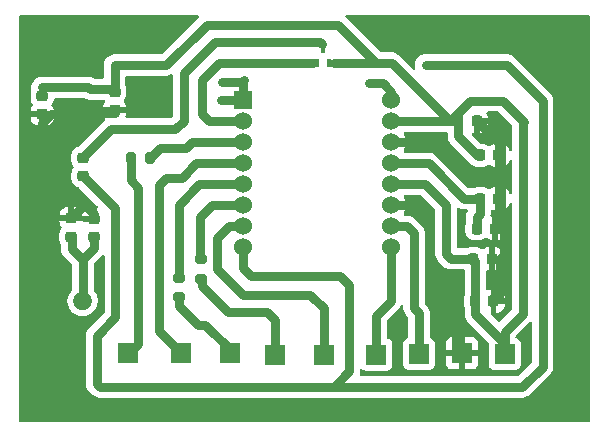
<source format=gbr>
%TF.GenerationSoftware,KiCad,Pcbnew,8.0.2-8.0.2-0~ubuntu20.04.1*%
%TF.CreationDate,2024-06-25T13:19:00+03:00*%
%TF.ProjectId,PCB_ADNS9800-Board_2024-06-24,5043425f-4144-44e5-9339-3830302d426f,rev?*%
%TF.SameCoordinates,Original*%
%TF.FileFunction,Copper,L1,Top*%
%TF.FilePolarity,Positive*%
%FSLAX46Y46*%
G04 Gerber Fmt 4.6, Leading zero omitted, Abs format (unit mm)*
G04 Created by KiCad (PCBNEW 8.0.2-8.0.2-0~ubuntu20.04.1) date 2024-06-25 13:19:00*
%MOMM*%
%LPD*%
G01*
G04 APERTURE LIST*
G04 Aperture macros list*
%AMRoundRect*
0 Rectangle with rounded corners*
0 $1 Rounding radius*
0 $2 $3 $4 $5 $6 $7 $8 $9 X,Y pos of 4 corners*
0 Add a 4 corners polygon primitive as box body*
4,1,4,$2,$3,$4,$5,$6,$7,$8,$9,$2,$3,0*
0 Add four circle primitives for the rounded corners*
1,1,$1+$1,$2,$3*
1,1,$1+$1,$4,$5*
1,1,$1+$1,$6,$7*
1,1,$1+$1,$8,$9*
0 Add four rect primitives between the rounded corners*
20,1,$1+$1,$2,$3,$4,$5,0*
20,1,$1+$1,$4,$5,$6,$7,0*
20,1,$1+$1,$6,$7,$8,$9,0*
20,1,$1+$1,$8,$9,$2,$3,0*%
G04 Aperture macros list end*
%TA.AperFunction,ComponentPad*%
%ADD10R,1.700000X1.700000*%
%TD*%
%TA.AperFunction,SMDPad,CuDef*%
%ADD11RoundRect,0.225000X-0.225000X-0.250000X0.225000X-0.250000X0.225000X0.250000X-0.225000X0.250000X0*%
%TD*%
%TA.AperFunction,SMDPad,CuDef*%
%ADD12RoundRect,0.225000X0.250000X-0.225000X0.250000X0.225000X-0.250000X0.225000X-0.250000X-0.225000X0*%
%TD*%
%TA.AperFunction,SMDPad,CuDef*%
%ADD13RoundRect,0.200000X0.275000X-0.200000X0.275000X0.200000X-0.275000X0.200000X-0.275000X-0.200000X0*%
%TD*%
%TA.AperFunction,SMDPad,CuDef*%
%ADD14RoundRect,0.200000X-0.200000X-0.275000X0.200000X-0.275000X0.200000X0.275000X-0.200000X0.275000X0*%
%TD*%
%TA.AperFunction,ComponentPad*%
%ADD15R,1.524000X1.524000*%
%TD*%
%TA.AperFunction,ComponentPad*%
%ADD16C,1.524000*%
%TD*%
%TA.AperFunction,SMDPad,CuDef*%
%ADD17R,0.400000X0.700000*%
%TD*%
%TA.AperFunction,SMDPad,CuDef*%
%ADD18RoundRect,0.225000X-0.250000X0.225000X-0.250000X-0.225000X0.250000X-0.225000X0.250000X0.225000X0*%
%TD*%
%TA.AperFunction,Conductor*%
%ADD19C,0.800100*%
%TD*%
%TA.AperFunction,Conductor*%
%ADD20C,1.524000*%
%TD*%
G04 APERTURE END LIST*
D10*
%TO.P,REF\u002A\u002A,1*%
%TO.N,PIN10*%
X132080000Y-72237600D03*
%TD*%
%TO.P,REF\u002A\u002A,1*%
%TO.N,VDD2*%
X139344400Y-72237600D03*
%TD*%
%TO.P,REF\u002A\u002A,1*%
%TO.N,MOTION*%
X124002800Y-72288400D03*
%TD*%
%TO.P,REF\u002A\u002A,1*%
%TO.N,GND*%
X135737600Y-72186800D03*
%TD*%
%TO.P,REF\u002A\u002A,1*%
%TO.N,VCC*%
X128473200Y-72288400D03*
%TD*%
%TO.P,REF\u002A\u002A,1*%
%TO.N,H1_8*%
X107442000Y-72136000D03*
%TD*%
%TO.P,REF\u002A\u002A,1*%
%TO.N,H1_6*%
X119888000Y-72288400D03*
%TD*%
%TO.P,REF\u002A\u002A,1*%
%TO.N,MISO*%
X111912400Y-72186800D03*
%TD*%
%TO.P,REF\u002A\u002A,1*%
%TO.N,H1_2*%
X116078000Y-72186800D03*
%TD*%
D11*
%TO.P,C7,1*%
%TO.N,VDD2*%
X136842200Y-67767200D03*
%TO.P,C7,2*%
%TO.N,GND*%
X138392200Y-67767200D03*
%TD*%
%TO.P,C4,1*%
%TO.N,VDD2*%
X137248600Y-55422800D03*
%TO.P,C4,2*%
%TO.N,GND*%
X138798600Y-55422800D03*
%TD*%
D12*
%TO.P,C1,1*%
%TO.N,GND*%
X106324400Y-51591000D03*
%TO.P,C1,2*%
%TO.N,VDD2*%
X106324400Y-50041000D03*
%TD*%
D11*
%TO.P,C6,1*%
%TO.N,U1_13*%
X137248600Y-59080400D03*
%TO.P,C6,2*%
%TO.N,GND*%
X138798600Y-59080400D03*
%TD*%
D12*
%TO.P,C5,1*%
%TO.N,VCC*%
X104597200Y-62354200D03*
%TO.P,C5,2*%
%TO.N,GND*%
X104597200Y-60804200D03*
%TD*%
%TO.P,C3,2*%
%TO.N,U1_1*%
X103632000Y-55622600D03*
%TO.P,C3,1*%
%TO.N,U1_8*%
X103632000Y-57172600D03*
%TD*%
D13*
%TO.P,RMOSI,1*%
%TO.N,H1_6*%
X113588800Y-65849000D03*
%TO.P,RMOSI,2*%
%TO.N,MOSI*%
X113588800Y-64199000D03*
%TD*%
%TO.P,RSCLK,1*%
%TO.N,H1_2*%
X111760000Y-67423800D03*
%TO.P,RSCLK,2*%
%TO.N,SCLK*%
X111760000Y-65773800D03*
%TD*%
D14*
%TO.P,RNCS,2*%
%TO.N,NCS*%
X109333800Y-55676800D03*
%TO.P,RNCS,1*%
%TO.N,H1_8*%
X107683800Y-55676800D03*
%TD*%
D15*
%TO.P,U1,1*%
%TO.N,U1_1*%
X117144800Y-50736600D03*
D16*
%TO.P,U1,2*%
%TO.N,U1_2*%
X117144800Y-52516600D03*
%TO.P,U1,3*%
%TO.N,NCS*%
X117144800Y-54296600D03*
%TO.P,U1,4*%
%TO.N,MISO*%
X117144800Y-56076600D03*
%TO.P,U1,5*%
%TO.N,SCLK*%
X117144800Y-57856600D03*
%TO.P,U1,6*%
%TO.N,MOSI*%
X117144800Y-59636600D03*
%TO.P,U1,7*%
%TO.N,MOTION*%
X117144800Y-61416600D03*
%TO.P,U1,8*%
%TO.N,U1_8*%
X117144800Y-63196600D03*
%TO.P,U1,9*%
%TO.N,VCC*%
X129744800Y-63196600D03*
%TO.P,U1,10*%
%TO.N,PIN10*%
X129744800Y-61416600D03*
%TO.P,U1,11*%
%TO.N,GND*%
X129744800Y-59636600D03*
%TO.P,U1,12*%
%TO.N,VDD2*%
X129744800Y-57856600D03*
%TO.P,U1,13*%
%TO.N,U1_13*%
X129744800Y-56076600D03*
%TO.P,U1,14*%
%TO.N,GND*%
X129744800Y-54296600D03*
%TO.P,U1,15*%
%TO.N,VDD2*%
X129744800Y-52516600D03*
%TO.P,U1,16*%
%TO.N,U1_8*%
X129744800Y-50736600D03*
%TD*%
D17*
%TO.P,T1,1*%
%TO.N,U1_2*%
X123444000Y-47599600D03*
%TO.P,T1,2*%
%TO.N,VDD2*%
X124460000Y-47599600D03*
%TO.P,T1,3*%
%TO.N,U1_1*%
X123952000Y-46399600D03*
%TD*%
D11*
%TO.P,C10,1*%
%TO.N,U1_13*%
X136967800Y-61620400D03*
%TO.P,C10,2*%
%TO.N,GND*%
X138517800Y-61620400D03*
%TD*%
%TO.P,C11,1*%
%TO.N,VDD2*%
X136689800Y-64160400D03*
%TO.P,C11,2*%
%TO.N,GND*%
X138239800Y-64160400D03*
%TD*%
D12*
%TO.P,C9,1*%
%TO.N,VCC*%
X102616000Y-62293800D03*
%TO.P,C9,2*%
%TO.N,GND*%
X102616000Y-60743800D03*
%TD*%
D18*
%TO.P,C2,1*%
%TO.N,VDD2*%
X100177600Y-50390200D03*
%TO.P,C2,2*%
%TO.N,GND*%
X100177600Y-51940200D03*
%TD*%
D11*
%TO.P,C8,1*%
%TO.N,VDD2*%
X135419800Y-52527200D03*
%TO.P,C8,2*%
%TO.N,GND*%
X136969800Y-52527200D03*
%TD*%
D19*
%TO.N,GND*%
X103759000Y-59512200D02*
X101176400Y-56929600D01*
X104597200Y-60350400D02*
X103759000Y-59512200D01*
X103759000Y-59512200D02*
X103759000Y-59600800D01*
X103759000Y-59600800D02*
X102616000Y-60743800D01*
X100888800Y-57217200D02*
X100888800Y-68935600D01*
X144678400Y-74422000D02*
X144678400Y-63195200D01*
X100888800Y-68935600D02*
X102870000Y-70916800D01*
X104190800Y-76860400D02*
X142240000Y-76860400D01*
X102870000Y-70916800D02*
X102870000Y-75539600D01*
X102870000Y-75539600D02*
X104190800Y-76860400D01*
X142240000Y-76860400D02*
X144678400Y-74422000D01*
X106324400Y-51816000D02*
X104438400Y-51816000D01*
X100931600Y-51911200D02*
X100177600Y-52665200D01*
X104438400Y-51816000D02*
X104343200Y-51911200D01*
X104343200Y-51911200D02*
X100931600Y-51911200D01*
X100177600Y-52665200D02*
X100177600Y-56506000D01*
X100177600Y-56506000D02*
X100888800Y-57217200D01*
X104597200Y-60804200D02*
X104597200Y-60350400D01*
X101176400Y-56929600D02*
X100888800Y-57217200D01*
%TO.N,VCC*%
X102666800Y-62636400D02*
X102666800Y-63334600D01*
X102666800Y-63334600D02*
X103555800Y-64223600D01*
X103555800Y-64223600D02*
X103682800Y-64223600D01*
X104597200Y-62687200D02*
X104597200Y-63248800D01*
X104597200Y-63248800D02*
X103632000Y-64214000D01*
X103632000Y-64214000D02*
X103632000Y-67719200D01*
%TO.N,U1_8*%
X117144800Y-63196600D02*
X117144800Y-64922400D01*
X117144800Y-64922400D02*
X117856000Y-65633600D01*
X126187200Y-66395600D02*
X126187200Y-73710800D01*
X117856000Y-65633600D02*
X125425200Y-65633600D01*
X126187200Y-73710800D02*
X124866400Y-75031600D01*
X125425200Y-65633600D02*
X126187200Y-66395600D01*
X132638800Y-47752000D02*
X139496800Y-47752000D01*
X142544800Y-50800000D02*
X142544800Y-73304400D01*
X105054400Y-75031600D02*
X104800400Y-74777600D01*
X106375200Y-69138800D02*
X106375200Y-59915800D01*
X139496800Y-47752000D02*
X142544800Y-50800000D01*
X142544800Y-73304400D02*
X140817600Y-75031600D01*
X140817600Y-75031600D02*
X105054400Y-75031600D01*
X106375200Y-59915800D02*
X103632000Y-57172600D01*
X104800400Y-74777600D02*
X104800400Y-70713600D01*
X104800400Y-70713600D02*
X106375200Y-69138800D01*
%TO.N,H1_8*%
X107683800Y-55676800D02*
X107683800Y-57544200D01*
X107683800Y-57544200D02*
X108305600Y-58166000D01*
X108305600Y-58166000D02*
X108305600Y-71374000D01*
X108305600Y-71374000D02*
X107492800Y-72186800D01*
%TO.N,VDD2*%
X139344400Y-72237600D02*
X139344400Y-71323200D01*
X139344400Y-71323200D02*
X138887200Y-70866000D01*
X138887200Y-70866000D02*
X138877768Y-70866000D01*
X136842200Y-68830432D02*
X136842200Y-68732400D01*
X138877768Y-70866000D02*
X136842200Y-68830432D01*
X134694800Y-52527200D02*
X136422000Y-50800000D01*
X136422000Y-50800000D02*
X139192000Y-50800000D01*
X139192000Y-50800000D02*
X140970000Y-52578000D01*
X140868400Y-68834000D02*
X139344400Y-70358000D01*
X140970000Y-52578000D02*
X140868400Y-52679600D01*
X140868400Y-52679600D02*
X140868400Y-68834000D01*
X139344400Y-70358000D02*
X139344400Y-72237600D01*
%TO.N,GND*%
X129744800Y-59636600D02*
X131823400Y-59636600D01*
X131823400Y-59636600D02*
X133045200Y-60858400D01*
X133045200Y-60858400D02*
X133045200Y-66408800D01*
X133045200Y-66408800D02*
X135178800Y-68542400D01*
X135178800Y-68542400D02*
X135178800Y-71628000D01*
X135178800Y-71628000D02*
X135737600Y-72186800D01*
%TO.N,H1_2*%
X111760000Y-67423800D02*
X111760000Y-68173600D01*
X111760000Y-68173600D02*
X113334800Y-69748400D01*
X113334800Y-69748400D02*
X113995200Y-69748400D01*
X113995200Y-69748400D02*
X116078000Y-71831200D01*
X116078000Y-71831200D02*
X116078000Y-72186800D01*
%TO.N,SCLK*%
X111760000Y-65773800D02*
X111760000Y-59588400D01*
X114401600Y-57861200D02*
X114406200Y-57856600D01*
X111760000Y-59588400D02*
X113487200Y-57861200D01*
X113487200Y-57861200D02*
X114401600Y-57861200D01*
X114406200Y-57856600D02*
X117144800Y-57856600D01*
%TO.N,MISO*%
X111912400Y-72186800D02*
X110032800Y-70307200D01*
X110032800Y-70307200D02*
X110032800Y-57962800D01*
X110032800Y-57962800D02*
X110693200Y-57302400D01*
X113239800Y-56076600D02*
X117144800Y-56076600D01*
X110693200Y-57302400D02*
X112014000Y-57302400D01*
X112014000Y-57302400D02*
X113239800Y-56076600D01*
%TO.N,H1_6*%
X113690400Y-65849000D02*
X113690400Y-66497200D01*
X113690400Y-66497200D02*
X115874800Y-68681600D01*
X115874800Y-68681600D02*
X119227600Y-68681600D01*
X119227600Y-68681600D02*
X119888000Y-69342000D01*
X119888000Y-69342000D02*
X119888000Y-72288400D01*
%TO.N,MOTION*%
X117144800Y-61416600D02*
X115977000Y-61416600D01*
X115977000Y-61416600D02*
X115011200Y-62382400D01*
X115011200Y-65074800D02*
X117144800Y-67208400D01*
X115011200Y-62382400D02*
X115011200Y-65074800D01*
X124002800Y-68326000D02*
X124002800Y-72288400D01*
X117144800Y-67208400D02*
X122885200Y-67208400D01*
X122885200Y-67208400D02*
X124002800Y-68326000D01*
%TO.N,VCC*%
X129744800Y-67714800D02*
X128473200Y-68986400D01*
X128473200Y-68986400D02*
X128473200Y-72288400D01*
X129744800Y-63196600D02*
X129744800Y-67714800D01*
%TO.N,U1_1*%
X114808000Y-45821600D02*
X123698000Y-45821600D01*
X123698000Y-45821600D02*
X123901200Y-46024800D01*
%TO.N,U1_2*%
X115112800Y-47599600D02*
X123139200Y-47599600D01*
%TO.N,VDD2*%
X128473200Y-47599600D02*
X124866400Y-47599600D01*
D20*
%TO.N,VCC*%
X103632000Y-67719200D02*
X103581200Y-67770000D01*
D19*
%TO.N,U1_13*%
X137248600Y-59080400D02*
X137248600Y-60363400D01*
X137248600Y-60363400D02*
X136956800Y-60655200D01*
X136956800Y-60655200D02*
X136956800Y-61609400D01*
X136956800Y-61609400D02*
X136967800Y-61620400D01*
X129744800Y-56076600D02*
X129751400Y-56083200D01*
X135890000Y-59080400D02*
X137248600Y-59080400D01*
X129751400Y-56083200D02*
X132892800Y-56083200D01*
X132892800Y-56083200D02*
X135890000Y-59080400D01*
%TO.N,VDD2*%
X136842200Y-68732400D02*
X136855200Y-68719400D01*
X132583400Y-57856600D02*
X129744800Y-57856600D01*
X136855200Y-68719400D02*
X136855200Y-64325800D01*
X134772400Y-64160400D02*
X134366000Y-63754000D01*
X136855200Y-64325800D02*
X136689800Y-64160400D01*
X136689800Y-64160400D02*
X134772400Y-64160400D01*
X134366000Y-59639200D02*
X132583400Y-57856600D01*
X134366000Y-63754000D02*
X134366000Y-59639200D01*
%TO.N,PIN10*%
X132080000Y-72237600D02*
X132080000Y-68783200D01*
X131673600Y-62026800D02*
X131063400Y-61416600D01*
X132080000Y-68783200D02*
X131673600Y-68376800D01*
X131673600Y-68376800D02*
X131673600Y-62026800D01*
X131063400Y-61416600D02*
X129744800Y-61416600D01*
%TO.N,GND*%
X139023600Y-57251600D02*
X136448800Y-57251600D01*
X136448800Y-57251600D02*
X133493800Y-54296600D01*
X133493800Y-54296600D02*
X129744800Y-54296600D01*
X139023600Y-57251600D02*
X139023600Y-54581000D01*
X139023600Y-54581000D02*
X136969800Y-52527200D01*
%TO.N,VDD2*%
X135419800Y-52527200D02*
X135419800Y-53819000D01*
X135419800Y-53819000D02*
X137023600Y-55422800D01*
X134694800Y-52527200D02*
X135419800Y-52527200D01*
X135419800Y-52527200D02*
X135410200Y-52517600D01*
X135410200Y-52517600D02*
X129745800Y-52517600D01*
%TO.N,U1_1*%
X114808000Y-45821600D02*
X112166400Y-48463200D01*
X112166400Y-48463200D02*
X112166400Y-52476400D01*
X111455200Y-53187600D02*
X106029200Y-53187600D01*
X106029200Y-53187600D02*
X103819200Y-55397600D01*
X112166400Y-52476400D02*
X111455200Y-53187600D01*
%TO.N,U1_2*%
X115112800Y-47599600D02*
X113690400Y-49022000D01*
X113690400Y-49022000D02*
X113690400Y-51917600D01*
X113690400Y-51917600D02*
X114289400Y-52516600D01*
X114289400Y-52516600D02*
X117144800Y-52516600D01*
%TO.N,VDD2*%
X100177600Y-49665200D02*
X104097200Y-49665200D01*
X104097200Y-49665200D02*
X104248000Y-49816000D01*
X106324400Y-49816000D02*
X106324400Y-47768000D01*
X106324400Y-47768000D02*
X110677200Y-47768000D01*
X104248000Y-49816000D02*
X106324400Y-49816000D01*
X110677200Y-47768000D02*
X114096800Y-44348400D01*
X128473200Y-47599600D02*
X129438400Y-47599600D01*
X114096800Y-44348400D02*
X125222000Y-44348400D01*
X125222000Y-44348400D02*
X128473200Y-47599600D01*
%TO.N,NCS*%
X109333800Y-55676800D02*
X110197400Y-54813200D01*
X110197400Y-54813200D02*
X112318800Y-54813200D01*
X112835400Y-54296600D02*
X117144800Y-54296600D01*
X112318800Y-54813200D02*
X112835400Y-54296600D01*
%TO.N,U1_8*%
X129041750Y-49336550D02*
X127812800Y-49336550D01*
X129082800Y-49377600D02*
X129041750Y-49336550D01*
X129744800Y-50736600D02*
X129744800Y-50039600D01*
X129744800Y-50039600D02*
X129082800Y-49377600D01*
%TO.N,GND*%
X138964800Y-64160400D02*
X138964800Y-67165600D01*
X138964800Y-67165600D02*
X138392200Y-67738200D01*
%TO.N,MOSI*%
X117144800Y-59636600D02*
X114556600Y-59636600D01*
X114556600Y-59636600D02*
X113538000Y-60655200D01*
X113538000Y-60655200D02*
X113538000Y-64046600D01*
X113538000Y-64046600D02*
X113690400Y-64199000D01*
%TO.N,U1_1*%
X117144800Y-50736600D02*
X117144800Y-49174400D01*
X115468400Y-49174400D02*
X115417600Y-49225200D01*
X115328600Y-50736600D02*
X115316000Y-50749200D01*
X115328600Y-50736600D02*
X117144800Y-50736600D01*
X117144800Y-49174400D02*
X117246400Y-49072800D01*
X117144800Y-49174400D02*
X115468400Y-49174400D01*
%TO.N,VDD2*%
X129438400Y-47599600D02*
X129767200Y-47599600D01*
%TO.N,GND*%
X139023600Y-57251600D02*
X139023600Y-59080400D01*
X139242800Y-61620400D02*
X139242800Y-63882400D01*
X139023600Y-59080400D02*
X139023600Y-61401200D01*
X139023600Y-61401200D02*
X139242800Y-61620400D01*
X139242800Y-63882400D02*
X138964800Y-64160400D01*
%TO.N,VDD2*%
X129767200Y-47599600D02*
X134694800Y-52527200D01*
%TD*%
%TA.AperFunction,Conductor*%
%TO.N,GND*%
G36*
X113411206Y-43547785D02*
G01*
X113456961Y-43600589D01*
X113466905Y-43669747D01*
X113437880Y-43733303D01*
X113431848Y-43739781D01*
X110340499Y-46831131D01*
X110279176Y-46864616D01*
X110252818Y-46867450D01*
X106235701Y-46867450D01*
X106061726Y-46902056D01*
X106061718Y-46902058D01*
X105897827Y-46969943D01*
X105750337Y-47068493D01*
X105750329Y-47068499D01*
X105624899Y-47193929D01*
X105624893Y-47193937D01*
X105526343Y-47341427D01*
X105458458Y-47505318D01*
X105458456Y-47505326D01*
X105423850Y-47679299D01*
X105423850Y-48791450D01*
X105404165Y-48858489D01*
X105351361Y-48904244D01*
X105299850Y-48915450D01*
X104633681Y-48915450D01*
X104566642Y-48895765D01*
X104564827Y-48894576D01*
X104523770Y-48867143D01*
X104523771Y-48867143D01*
X104523769Y-48867142D01*
X104359881Y-48799258D01*
X104359875Y-48799256D01*
X104185899Y-48764650D01*
X104185897Y-48764650D01*
X104185896Y-48764650D01*
X100088904Y-48764650D01*
X100088901Y-48764650D01*
X99914926Y-48799256D01*
X99914918Y-48799258D01*
X99751027Y-48867143D01*
X99603537Y-48965693D01*
X99603529Y-48965699D01*
X99478099Y-49091129D01*
X99478093Y-49091137D01*
X99379543Y-49238627D01*
X99311658Y-49402518D01*
X99311656Y-49402526D01*
X99277050Y-49576499D01*
X99277050Y-49753900D01*
X99280181Y-49769642D01*
X99273951Y-49839233D01*
X99268601Y-49849931D01*
X99268651Y-49849955D01*
X99265596Y-49856505D01*
X99212251Y-50017490D01*
X99202100Y-50116847D01*
X99202100Y-50663537D01*
X99202101Y-50663555D01*
X99212250Y-50762907D01*
X99212251Y-50762910D01*
X99265596Y-50923894D01*
X99265601Y-50923905D01*
X99354629Y-51068240D01*
X99354632Y-51068244D01*
X99364260Y-51077872D01*
X99397745Y-51139195D01*
X99392761Y-51208887D01*
X99364263Y-51253231D01*
X99355028Y-51262465D01*
X99355024Y-51262471D01*
X99266057Y-51406707D01*
X99266052Y-51406718D01*
X99212744Y-51567593D01*
X99202600Y-51666877D01*
X99202600Y-51690200D01*
X101152599Y-51690200D01*
X101152599Y-51666892D01*
X101152598Y-51666877D01*
X101142455Y-51567592D01*
X101089147Y-51406718D01*
X101089142Y-51406707D01*
X101000175Y-51262471D01*
X101000172Y-51262467D01*
X100990939Y-51253234D01*
X100957454Y-51191911D01*
X100962438Y-51122219D01*
X100990943Y-51077868D01*
X101000568Y-51068244D01*
X101089603Y-50923897D01*
X101142949Y-50762908D01*
X101151710Y-50677146D01*
X101178106Y-50612456D01*
X101235286Y-50572305D01*
X101275068Y-50565750D01*
X103711518Y-50565750D01*
X103778557Y-50585435D01*
X103780389Y-50586634D01*
X103820846Y-50613667D01*
X103821430Y-50614057D01*
X103985319Y-50681942D01*
X103985323Y-50681942D01*
X103985324Y-50681943D01*
X104159300Y-50716550D01*
X104159303Y-50716550D01*
X104159304Y-50716550D01*
X105401246Y-50716550D01*
X105468285Y-50736235D01*
X105514040Y-50789039D01*
X105523984Y-50858197D01*
X105503509Y-50905820D01*
X105505618Y-50907121D01*
X105412857Y-51057507D01*
X105412852Y-51057518D01*
X105359544Y-51218393D01*
X105349400Y-51317677D01*
X105349400Y-51341000D01*
X107299399Y-51341000D01*
X107299399Y-51317692D01*
X107299398Y-51317677D01*
X107289255Y-51218392D01*
X107235947Y-51057518D01*
X107235942Y-51057507D01*
X107146975Y-50913271D01*
X107146972Y-50913267D01*
X107137739Y-50904034D01*
X107104254Y-50842711D01*
X107109238Y-50773019D01*
X107137743Y-50728668D01*
X107147368Y-50719044D01*
X107236403Y-50574697D01*
X107289749Y-50413708D01*
X107299900Y-50314345D01*
X107299899Y-49767656D01*
X107298493Y-49753896D01*
X107289749Y-49668292D01*
X107289747Y-49668286D01*
X107234132Y-49500447D01*
X107234912Y-49500188D01*
X107224950Y-49455251D01*
X107224950Y-48792550D01*
X107244635Y-48725511D01*
X107297439Y-48679756D01*
X107348950Y-48668550D01*
X110765899Y-48668550D01*
X110882947Y-48645266D01*
X110939881Y-48633942D01*
X111094398Y-48569938D01*
X111163866Y-48562470D01*
X111226346Y-48593745D01*
X111261998Y-48653834D01*
X111265850Y-48684500D01*
X111265850Y-52052018D01*
X111246165Y-52119057D01*
X111229531Y-52139699D01*
X111118499Y-52250731D01*
X111057176Y-52284216D01*
X111030818Y-52287050D01*
X107353798Y-52287050D01*
X107286759Y-52267365D01*
X107241004Y-52214561D01*
X107231060Y-52145403D01*
X107236092Y-52124046D01*
X107289255Y-51963607D01*
X107299399Y-51864322D01*
X107299400Y-51864309D01*
X107299400Y-51841000D01*
X105349401Y-51841000D01*
X105349401Y-51864322D01*
X105359544Y-51963607D01*
X105412852Y-52124481D01*
X105412857Y-52124492D01*
X105501824Y-52268728D01*
X105501827Y-52268732D01*
X105507783Y-52274688D01*
X105541268Y-52336011D01*
X105536284Y-52405703D01*
X105494412Y-52461636D01*
X105488995Y-52465470D01*
X105455131Y-52488097D01*
X103294150Y-54649078D01*
X103240193Y-54678540D01*
X103240718Y-54680122D01*
X103234293Y-54682250D01*
X103234292Y-54682251D01*
X103164303Y-54705443D01*
X103073305Y-54735596D01*
X103073294Y-54735601D01*
X102928959Y-54824629D01*
X102928955Y-54824632D01*
X102809032Y-54944555D01*
X102809029Y-54944559D01*
X102720001Y-55088894D01*
X102719996Y-55088905D01*
X102666651Y-55249890D01*
X102656500Y-55349247D01*
X102656500Y-55895937D01*
X102656501Y-55895955D01*
X102666650Y-55995307D01*
X102666651Y-55995310D01*
X102719996Y-56156294D01*
X102720001Y-56156305D01*
X102809029Y-56300640D01*
X102809032Y-56300644D01*
X102818307Y-56309919D01*
X102851792Y-56371242D01*
X102846808Y-56440934D01*
X102818307Y-56485281D01*
X102809032Y-56494555D01*
X102809029Y-56494559D01*
X102720001Y-56638894D01*
X102719996Y-56638905D01*
X102666651Y-56799890D01*
X102656500Y-56899247D01*
X102656500Y-57445937D01*
X102656501Y-57445955D01*
X102666650Y-57545307D01*
X102666651Y-57545310D01*
X102719996Y-57706294D01*
X102720001Y-57706305D01*
X102809029Y-57850640D01*
X102809032Y-57850644D01*
X102928955Y-57970567D01*
X102928959Y-57970570D01*
X103073294Y-58059598D01*
X103073297Y-58059599D01*
X103073303Y-58059603D01*
X103180629Y-58095167D01*
X103234291Y-58112949D01*
X103238823Y-58113411D01*
X103262227Y-58115802D01*
X103326919Y-58142195D01*
X103337309Y-58151479D01*
X104855934Y-59670104D01*
X104889419Y-59731427D01*
X104884435Y-59801119D01*
X104855934Y-59845466D01*
X104847200Y-59854200D01*
X104847200Y-60930200D01*
X104827515Y-60997239D01*
X104774711Y-61042994D01*
X104723200Y-61054200D01*
X103690962Y-61054200D01*
X103623923Y-61034515D01*
X103603281Y-61017881D01*
X103579200Y-60993800D01*
X101641001Y-60993800D01*
X101641001Y-61017122D01*
X101651144Y-61116407D01*
X101704452Y-61277281D01*
X101704457Y-61277292D01*
X101793424Y-61421528D01*
X101793427Y-61421532D01*
X101802660Y-61430765D01*
X101836145Y-61492088D01*
X101831161Y-61561780D01*
X101802663Y-61606124D01*
X101793033Y-61615753D01*
X101793029Y-61615759D01*
X101704001Y-61760094D01*
X101703996Y-61760105D01*
X101650651Y-61921090D01*
X101640500Y-62020447D01*
X101640500Y-62567137D01*
X101640501Y-62567155D01*
X101650650Y-62666507D01*
X101650651Y-62666510D01*
X101703998Y-62827499D01*
X101747788Y-62898492D01*
X101766250Y-62963590D01*
X101766250Y-63245903D01*
X101766250Y-63423297D01*
X101766250Y-63423299D01*
X101766249Y-63423299D01*
X101800856Y-63597275D01*
X101800858Y-63597281D01*
X101868743Y-63761172D01*
X101967293Y-63908662D01*
X101967299Y-63908670D01*
X102695131Y-64636501D01*
X102728616Y-64697824D01*
X102731450Y-64724182D01*
X102731450Y-66782942D01*
X102711765Y-66849981D01*
X102695132Y-66870622D01*
X102618222Y-66947533D01*
X102618221Y-66947534D01*
X102618219Y-66947537D01*
X102606299Y-66963944D01*
X102501413Y-67108305D01*
X102411194Y-67285367D01*
X102411193Y-67285370D01*
X102349787Y-67474362D01*
X102349787Y-67474364D01*
X102318700Y-67670639D01*
X102318700Y-67869361D01*
X102331855Y-67952418D01*
X102349787Y-68065637D01*
X102411193Y-68254629D01*
X102411194Y-68254632D01*
X102475529Y-68380894D01*
X102501413Y-68431694D01*
X102618219Y-68592463D01*
X102758737Y-68732981D01*
X102919506Y-68849787D01*
X103006349Y-68894035D01*
X103096567Y-68940005D01*
X103096570Y-68940006D01*
X103130007Y-68950870D01*
X103285564Y-69001413D01*
X103481839Y-69032500D01*
X103481840Y-69032500D01*
X103680560Y-69032500D01*
X103680561Y-69032500D01*
X103876836Y-69001413D01*
X104065832Y-68940005D01*
X104242894Y-68849787D01*
X104403663Y-68732981D01*
X104594981Y-68541664D01*
X104711787Y-68380894D01*
X104802005Y-68203832D01*
X104863413Y-68014836D01*
X104894500Y-67818561D01*
X104894500Y-67619840D01*
X104894500Y-67619834D01*
X104871459Y-67474364D01*
X104863413Y-67423564D01*
X104820151Y-67290417D01*
X104802006Y-67234570D01*
X104802005Y-67234567D01*
X104732928Y-67098998D01*
X104711787Y-67057506D01*
X104594981Y-66896737D01*
X104568869Y-66870625D01*
X104535384Y-66809302D01*
X104532550Y-66782944D01*
X104532550Y-64638382D01*
X104552235Y-64571343D01*
X104568869Y-64550701D01*
X105262969Y-63856601D01*
X105324292Y-63823116D01*
X105393984Y-63828100D01*
X105449917Y-63869972D01*
X105474334Y-63935436D01*
X105474650Y-63944282D01*
X105474650Y-68714417D01*
X105454965Y-68781456D01*
X105438331Y-68802098D01*
X104100899Y-70139529D01*
X104100893Y-70139537D01*
X104002343Y-70287027D01*
X103934458Y-70450918D01*
X103934456Y-70450926D01*
X103904144Y-70603316D01*
X103904144Y-70603319D01*
X103899850Y-70624904D01*
X103899850Y-74688903D01*
X103899850Y-74866297D01*
X103899850Y-74866299D01*
X103899849Y-74866299D01*
X103934456Y-75040275D01*
X103934458Y-75040281D01*
X104002343Y-75204172D01*
X104100893Y-75351662D01*
X104100899Y-75351670D01*
X104480328Y-75731099D01*
X104480332Y-75731102D01*
X104627823Y-75829653D01*
X104627829Y-75829656D01*
X104627830Y-75829657D01*
X104791719Y-75897542D01*
X104791723Y-75897542D01*
X104791724Y-75897543D01*
X104965700Y-75932150D01*
X104965703Y-75932150D01*
X140906299Y-75932150D01*
X141023347Y-75908866D01*
X141080281Y-75897542D01*
X141244170Y-75829657D01*
X141244170Y-75829656D01*
X141244172Y-75829656D01*
X141317423Y-75780710D01*
X141391667Y-75731103D01*
X143244303Y-73878467D01*
X143297069Y-73799497D01*
X143342856Y-73730972D01*
X143342857Y-73730970D01*
X143410742Y-73567081D01*
X143445350Y-73393096D01*
X143445350Y-73215703D01*
X143445350Y-50711304D01*
X143439509Y-50681942D01*
X143438555Y-50677148D01*
X143410743Y-50537326D01*
X143410742Y-50537319D01*
X143342857Y-50373430D01*
X143342856Y-50373427D01*
X143244306Y-50225937D01*
X143244300Y-50225929D01*
X140070870Y-47052499D01*
X140070862Y-47052493D01*
X139923371Y-46953943D01*
X139923372Y-46953943D01*
X139759481Y-46886058D01*
X139759475Y-46886056D01*
X139585499Y-46851450D01*
X139585497Y-46851450D01*
X139585496Y-46851450D01*
X132550104Y-46851450D01*
X132550101Y-46851450D01*
X132376126Y-46886056D01*
X132376118Y-46886058D01*
X132212227Y-46953943D01*
X132064737Y-47052493D01*
X132064729Y-47052499D01*
X131939299Y-47177929D01*
X131939293Y-47177937D01*
X131840743Y-47325427D01*
X131772858Y-47489318D01*
X131772856Y-47489326D01*
X131738250Y-47663299D01*
X131738250Y-47840700D01*
X131771823Y-48009482D01*
X131765596Y-48079073D01*
X131722733Y-48134251D01*
X131656843Y-48157495D01*
X131588846Y-48141427D01*
X131562525Y-48121354D01*
X130341270Y-46900099D01*
X130341262Y-46900093D01*
X130193771Y-46801543D01*
X130193772Y-46801543D01*
X130029881Y-46733658D01*
X130029875Y-46733656D01*
X129855899Y-46699050D01*
X129855897Y-46699050D01*
X129855896Y-46699050D01*
X129527096Y-46699050D01*
X128897582Y-46699050D01*
X128830543Y-46679365D01*
X128809901Y-46662731D01*
X125886952Y-43739781D01*
X125853467Y-43678458D01*
X125858451Y-43608766D01*
X125900323Y-43552833D01*
X125965787Y-43528416D01*
X125974633Y-43528100D01*
X146441500Y-43528100D01*
X146508539Y-43547785D01*
X146554294Y-43600589D01*
X146565500Y-43652100D01*
X146565500Y-77861500D01*
X146545815Y-77928539D01*
X146493011Y-77974294D01*
X146441500Y-77985500D01*
X98363700Y-77985500D01*
X98296661Y-77965815D01*
X98250906Y-77913011D01*
X98239700Y-77861500D01*
X98239700Y-60470477D01*
X101641000Y-60470477D01*
X101641000Y-60493800D01*
X102366000Y-60493800D01*
X102866000Y-60493800D01*
X103522238Y-60493800D01*
X103589277Y-60513485D01*
X103609919Y-60530119D01*
X103634000Y-60554200D01*
X104347200Y-60554200D01*
X104347200Y-59854200D01*
X104347199Y-59854199D01*
X104298893Y-59854200D01*
X104298875Y-59854201D01*
X104199592Y-59864344D01*
X104038718Y-59917652D01*
X104038707Y-59917657D01*
X103894471Y-60006624D01*
X103894467Y-60006627D01*
X103774626Y-60126468D01*
X103730765Y-60197577D01*
X103678816Y-60244301D01*
X103609853Y-60255522D01*
X103545772Y-60227678D01*
X103519689Y-60197576D01*
X103438575Y-60066071D01*
X103438572Y-60066067D01*
X103318732Y-59946227D01*
X103318728Y-59946224D01*
X103174492Y-59857257D01*
X103174481Y-59857252D01*
X103013606Y-59803944D01*
X102914322Y-59793800D01*
X102866000Y-59793800D01*
X102866000Y-60493800D01*
X102366000Y-60493800D01*
X102366000Y-59793800D01*
X102365999Y-59793799D01*
X102317693Y-59793800D01*
X102317675Y-59793801D01*
X102218392Y-59803944D01*
X102057518Y-59857252D01*
X102057507Y-59857257D01*
X101913271Y-59946224D01*
X101913267Y-59946227D01*
X101793427Y-60066067D01*
X101793424Y-60066071D01*
X101704457Y-60210307D01*
X101704452Y-60210318D01*
X101651144Y-60371193D01*
X101641000Y-60470477D01*
X98239700Y-60470477D01*
X98239700Y-52213522D01*
X99202601Y-52213522D01*
X99212744Y-52312807D01*
X99266052Y-52473681D01*
X99266057Y-52473692D01*
X99355024Y-52617928D01*
X99355027Y-52617932D01*
X99474867Y-52737772D01*
X99474871Y-52737775D01*
X99619107Y-52826742D01*
X99619118Y-52826747D01*
X99779993Y-52880055D01*
X99879283Y-52890199D01*
X100427600Y-52890199D01*
X100475908Y-52890199D01*
X100475922Y-52890198D01*
X100575207Y-52880055D01*
X100736081Y-52826747D01*
X100736092Y-52826742D01*
X100880328Y-52737775D01*
X100880332Y-52737772D01*
X101000172Y-52617932D01*
X101000175Y-52617928D01*
X101089142Y-52473692D01*
X101089147Y-52473681D01*
X101142455Y-52312806D01*
X101152599Y-52213522D01*
X101152600Y-52213509D01*
X101152600Y-52190200D01*
X100427600Y-52190200D01*
X100427600Y-52890199D01*
X99879283Y-52890199D01*
X99927599Y-52890198D01*
X99927600Y-52890198D01*
X99927600Y-52190200D01*
X99202601Y-52190200D01*
X99202601Y-52213522D01*
X98239700Y-52213522D01*
X98239700Y-43652100D01*
X98259385Y-43585061D01*
X98312189Y-43539306D01*
X98363700Y-43528100D01*
X113344167Y-43528100D01*
X113411206Y-43547785D01*
G37*
%TD.AperFunction*%
%TA.AperFunction,Conductor*%
G36*
X132226057Y-58776835D02*
G01*
X132246699Y-58793469D01*
X133429131Y-59975901D01*
X133462616Y-60037224D01*
X133465450Y-60063582D01*
X133465450Y-63665303D01*
X133465450Y-63842697D01*
X133465450Y-63842699D01*
X133465449Y-63842699D01*
X133500056Y-64016675D01*
X133500058Y-64016681D01*
X133567943Y-64180572D01*
X133666493Y-64328062D01*
X133666499Y-64328070D01*
X134072897Y-64734467D01*
X134198333Y-64859903D01*
X134292919Y-64923103D01*
X134345830Y-64958457D01*
X134509719Y-65026342D01*
X134509723Y-65026342D01*
X134509724Y-65026343D01*
X134683700Y-65060950D01*
X134683703Y-65060950D01*
X134683704Y-65060950D01*
X135830650Y-65060950D01*
X135897689Y-65080635D01*
X135943444Y-65133439D01*
X135954650Y-65184950D01*
X135954650Y-67190144D01*
X135948356Y-67229148D01*
X135901851Y-67369490D01*
X135891700Y-67468847D01*
X135891700Y-68065537D01*
X135891701Y-68065555D01*
X135901850Y-68164907D01*
X135901851Y-68164910D01*
X135916506Y-68209134D01*
X135942673Y-68288103D01*
X135948356Y-68305251D01*
X135954650Y-68344255D01*
X135954650Y-68566136D01*
X135952269Y-68590318D01*
X135950310Y-68600170D01*
X135941650Y-68643704D01*
X135941650Y-68741735D01*
X135941650Y-68919129D01*
X135941650Y-68919131D01*
X135941649Y-68919131D01*
X135976256Y-69093107D01*
X135976258Y-69093113D01*
X136044143Y-69257004D01*
X136142693Y-69404494D01*
X136142699Y-69404502D01*
X137960106Y-71221908D01*
X137993591Y-71283231D01*
X137995715Y-71322838D01*
X137993900Y-71339720D01*
X137993900Y-73135470D01*
X137993901Y-73135476D01*
X138000308Y-73195083D01*
X138050602Y-73329928D01*
X138050606Y-73329935D01*
X138136852Y-73445144D01*
X138136855Y-73445147D01*
X138252064Y-73531393D01*
X138252071Y-73531397D01*
X138386917Y-73581691D01*
X138386916Y-73581691D01*
X138391586Y-73582193D01*
X138446527Y-73588100D01*
X140242272Y-73588099D01*
X140301883Y-73581691D01*
X140436731Y-73531396D01*
X140551946Y-73445146D01*
X140638196Y-73329931D01*
X140688491Y-73195083D01*
X140694900Y-73135473D01*
X140694899Y-71339728D01*
X140689438Y-71288923D01*
X140688491Y-71280116D01*
X140638197Y-71145271D01*
X140638193Y-71145264D01*
X140551947Y-71030055D01*
X140551944Y-71030052D01*
X140436735Y-70943806D01*
X140436728Y-70943802D01*
X140325617Y-70902361D01*
X140269683Y-70860490D01*
X140245266Y-70795026D01*
X140244950Y-70786179D01*
X140244950Y-70782382D01*
X140264635Y-70715343D01*
X140281269Y-70694701D01*
X141432569Y-69543401D01*
X141493892Y-69509916D01*
X141563584Y-69514900D01*
X141619517Y-69556772D01*
X141643934Y-69622236D01*
X141644250Y-69631082D01*
X141644250Y-72880018D01*
X141624565Y-72947057D01*
X141607931Y-72967699D01*
X140480899Y-74094731D01*
X140419576Y-74128216D01*
X140393218Y-74131050D01*
X127172539Y-74131050D01*
X127105500Y-74111365D01*
X127059745Y-74058561D01*
X127049801Y-73989403D01*
X127052009Y-73979465D01*
X127051954Y-73979455D01*
X127087750Y-73799499D01*
X127087750Y-73610489D01*
X127107435Y-73543450D01*
X127160239Y-73497695D01*
X127229397Y-73487751D01*
X127286061Y-73511223D01*
X127380864Y-73582193D01*
X127380871Y-73582197D01*
X127515717Y-73632491D01*
X127515716Y-73632491D01*
X127522644Y-73633235D01*
X127575327Y-73638900D01*
X129371072Y-73638899D01*
X129430683Y-73632491D01*
X129565531Y-73582196D01*
X129680746Y-73495946D01*
X129766996Y-73380731D01*
X129817291Y-73245883D01*
X129823700Y-73186273D01*
X129823699Y-71390528D01*
X129817291Y-71330917D01*
X129801640Y-71288955D01*
X129766997Y-71196071D01*
X129766993Y-71196064D01*
X129680747Y-71080855D01*
X129680744Y-71080852D01*
X129565535Y-70994606D01*
X129565528Y-70994602D01*
X129454417Y-70953161D01*
X129398483Y-70911290D01*
X129374066Y-70845826D01*
X129373750Y-70836979D01*
X129373750Y-69410782D01*
X129393435Y-69343743D01*
X129410069Y-69323101D01*
X130444300Y-68288870D01*
X130444303Y-68288867D01*
X130497579Y-68209134D01*
X130545948Y-68136745D01*
X130599560Y-68091939D01*
X130668885Y-68083232D01*
X130731912Y-68113386D01*
X130768632Y-68172829D01*
X130773050Y-68205635D01*
X130773050Y-68288103D01*
X130773050Y-68465497D01*
X130773050Y-68465499D01*
X130773049Y-68465499D01*
X130807656Y-68639475D01*
X130807658Y-68639481D01*
X130875543Y-68803372D01*
X130974093Y-68950862D01*
X130974099Y-68950870D01*
X131143131Y-69119901D01*
X131176616Y-69181224D01*
X131179450Y-69207582D01*
X131179450Y-70786178D01*
X131159765Y-70853217D01*
X131106961Y-70898972D01*
X131098784Y-70902360D01*
X130987669Y-70943803D01*
X130987664Y-70943806D01*
X130872455Y-71030052D01*
X130872452Y-71030055D01*
X130786206Y-71145264D01*
X130786202Y-71145271D01*
X130735908Y-71280117D01*
X130730447Y-71330916D01*
X130729501Y-71339723D01*
X130729500Y-71339735D01*
X130729500Y-73135470D01*
X130729501Y-73135476D01*
X130735908Y-73195083D01*
X130786202Y-73329928D01*
X130786206Y-73329935D01*
X130872452Y-73445144D01*
X130872455Y-73445147D01*
X130987664Y-73531393D01*
X130987671Y-73531397D01*
X131122517Y-73581691D01*
X131122516Y-73581691D01*
X131127186Y-73582193D01*
X131182127Y-73588100D01*
X132977872Y-73588099D01*
X133037483Y-73581691D01*
X133172331Y-73531396D01*
X133287546Y-73445146D01*
X133373796Y-73329931D01*
X133424091Y-73195083D01*
X133430500Y-73135473D01*
X133430499Y-71339728D01*
X133425041Y-71288955D01*
X134387600Y-71288955D01*
X134387600Y-71936800D01*
X135304588Y-71936800D01*
X135271675Y-71993807D01*
X135237600Y-72120974D01*
X135237600Y-72252626D01*
X135271675Y-72379793D01*
X135304588Y-72436800D01*
X134387600Y-72436800D01*
X134387600Y-73084644D01*
X134394001Y-73144172D01*
X134394003Y-73144179D01*
X134444245Y-73278886D01*
X134444249Y-73278893D01*
X134530409Y-73393987D01*
X134530412Y-73393990D01*
X134645506Y-73480150D01*
X134645513Y-73480154D01*
X134780220Y-73530396D01*
X134780227Y-73530398D01*
X134839755Y-73536799D01*
X134839772Y-73536800D01*
X135487600Y-73536800D01*
X135487600Y-72619812D01*
X135544607Y-72652725D01*
X135671774Y-72686800D01*
X135803426Y-72686800D01*
X135930593Y-72652725D01*
X135987600Y-72619812D01*
X135987600Y-73536800D01*
X136635428Y-73536800D01*
X136635444Y-73536799D01*
X136694972Y-73530398D01*
X136694979Y-73530396D01*
X136829686Y-73480154D01*
X136829693Y-73480150D01*
X136944787Y-73393990D01*
X136944790Y-73393987D01*
X137030950Y-73278893D01*
X137030954Y-73278886D01*
X137081196Y-73144179D01*
X137081198Y-73144172D01*
X137087599Y-73084644D01*
X137087600Y-73084627D01*
X137087600Y-72436800D01*
X136170612Y-72436800D01*
X136203525Y-72379793D01*
X136237600Y-72252626D01*
X136237600Y-72120974D01*
X136203525Y-71993807D01*
X136170612Y-71936800D01*
X137087600Y-71936800D01*
X137087600Y-71288972D01*
X137087599Y-71288955D01*
X137081198Y-71229427D01*
X137081196Y-71229420D01*
X137030954Y-71094713D01*
X137030950Y-71094706D01*
X136944790Y-70979612D01*
X136944787Y-70979609D01*
X136829693Y-70893449D01*
X136829686Y-70893445D01*
X136694979Y-70843203D01*
X136694972Y-70843201D01*
X136635444Y-70836800D01*
X135987600Y-70836800D01*
X135987600Y-71753788D01*
X135930593Y-71720875D01*
X135803426Y-71686800D01*
X135671774Y-71686800D01*
X135544607Y-71720875D01*
X135487600Y-71753788D01*
X135487600Y-70836800D01*
X134839755Y-70836800D01*
X134780227Y-70843201D01*
X134780220Y-70843203D01*
X134645513Y-70893445D01*
X134645506Y-70893449D01*
X134530412Y-70979609D01*
X134530409Y-70979612D01*
X134444249Y-71094706D01*
X134444245Y-71094713D01*
X134394003Y-71229420D01*
X134394001Y-71229427D01*
X134387600Y-71288955D01*
X133425041Y-71288955D01*
X133425038Y-71288923D01*
X133424091Y-71280116D01*
X133373797Y-71145271D01*
X133373793Y-71145264D01*
X133287547Y-71030055D01*
X133287544Y-71030052D01*
X133172335Y-70943806D01*
X133172328Y-70943802D01*
X133061217Y-70902361D01*
X133005283Y-70860490D01*
X132980866Y-70795026D01*
X132980550Y-70786179D01*
X132980550Y-68694507D01*
X132980550Y-68694504D01*
X132977506Y-68679203D01*
X132945942Y-68520519D01*
X132900005Y-68409618D01*
X132878058Y-68356632D01*
X132878053Y-68356624D01*
X132831463Y-68286897D01*
X132831463Y-68286896D01*
X132831461Y-68286895D01*
X132779503Y-68209133D01*
X132654067Y-68083697D01*
X132610469Y-68040099D01*
X132576984Y-67978776D01*
X132574150Y-67952418D01*
X132574150Y-61938101D01*
X132574149Y-61938099D01*
X132556635Y-61850050D01*
X132539542Y-61764119D01*
X132474100Y-61606127D01*
X132471656Y-61600227D01*
X132373106Y-61452737D01*
X132373104Y-61452734D01*
X132311333Y-61390963D01*
X132247667Y-61327297D01*
X131948590Y-61028220D01*
X131637470Y-60717099D01*
X131637462Y-60717093D01*
X131489971Y-60618543D01*
X131489972Y-60618543D01*
X131326081Y-60550658D01*
X131326075Y-60550656D01*
X131152099Y-60516050D01*
X131152097Y-60516050D01*
X131152096Y-60516050D01*
X130907822Y-60516050D01*
X130840783Y-60496365D01*
X130795028Y-60443561D01*
X130785084Y-60374403D01*
X130806248Y-60320926D01*
X130841894Y-60270017D01*
X130841900Y-60270007D01*
X130935219Y-60069884D01*
X130935224Y-60069870D01*
X130992373Y-59856586D01*
X130992375Y-59856576D01*
X131011621Y-59636600D01*
X131011621Y-59636599D01*
X130992375Y-59416623D01*
X130992373Y-59416613D01*
X130935224Y-59203329D01*
X130935220Y-59203320D01*
X130841900Y-59003193D01*
X130806246Y-58952274D01*
X130783919Y-58886068D01*
X130800929Y-58818300D01*
X130851877Y-58770487D01*
X130907821Y-58757150D01*
X132159018Y-58757150D01*
X132226057Y-58776835D01*
G37*
%TD.AperFunction*%
%TA.AperFunction,Conductor*%
G36*
X138834657Y-51720235D02*
G01*
X138855299Y-51736869D01*
X139931531Y-52813101D01*
X139965016Y-52874424D01*
X139967850Y-52900782D01*
X139967850Y-54949033D01*
X139948165Y-55016072D01*
X139895361Y-55061827D01*
X139826203Y-55071771D01*
X139762647Y-55042746D01*
X139726144Y-54988037D01*
X139685147Y-54864318D01*
X139685142Y-54864307D01*
X139596175Y-54720071D01*
X139596172Y-54720067D01*
X139476332Y-54600227D01*
X139476328Y-54600224D01*
X139332092Y-54511257D01*
X139332081Y-54511252D01*
X139171206Y-54457944D01*
X139071922Y-54447800D01*
X139048600Y-54447800D01*
X139048600Y-56397799D01*
X139071908Y-56397799D01*
X139071922Y-56397798D01*
X139171207Y-56387655D01*
X139332081Y-56334347D01*
X139332092Y-56334342D01*
X139476328Y-56245375D01*
X139476332Y-56245372D01*
X139596172Y-56125532D01*
X139596175Y-56125528D01*
X139685142Y-55981292D01*
X139685147Y-55981281D01*
X139726144Y-55857562D01*
X139765917Y-55800117D01*
X139830432Y-55773294D01*
X139899208Y-55785609D01*
X139950408Y-55833152D01*
X139967850Y-55896566D01*
X139967850Y-58606633D01*
X139948165Y-58673672D01*
X139895361Y-58719427D01*
X139826203Y-58729371D01*
X139762647Y-58700346D01*
X139726144Y-58645637D01*
X139685147Y-58521918D01*
X139685142Y-58521907D01*
X139596175Y-58377671D01*
X139596172Y-58377667D01*
X139476332Y-58257827D01*
X139476328Y-58257824D01*
X139332092Y-58168857D01*
X139332081Y-58168852D01*
X139171206Y-58115544D01*
X139071922Y-58105400D01*
X139048600Y-58105400D01*
X139048600Y-60055399D01*
X139071908Y-60055399D01*
X139071922Y-60055398D01*
X139171207Y-60045255D01*
X139332081Y-59991947D01*
X139332092Y-59991942D01*
X139476328Y-59902975D01*
X139476332Y-59902972D01*
X139596172Y-59783132D01*
X139596175Y-59783128D01*
X139685142Y-59638892D01*
X139685147Y-59638881D01*
X139726144Y-59515162D01*
X139765917Y-59457717D01*
X139830432Y-59430894D01*
X139899208Y-59443209D01*
X139950408Y-59490752D01*
X139967850Y-59554166D01*
X139967850Y-68409618D01*
X139948165Y-68476657D01*
X139931531Y-68497299D01*
X138944765Y-69484065D01*
X138883442Y-69517550D01*
X138813750Y-69512566D01*
X138769403Y-69484065D01*
X138172549Y-68887211D01*
X138139064Y-68825888D01*
X138142200Y-68782036D01*
X138142200Y-68742199D01*
X138642200Y-68742199D01*
X138665508Y-68742199D01*
X138665522Y-68742198D01*
X138764807Y-68732055D01*
X138925681Y-68678747D01*
X138925692Y-68678742D01*
X139069928Y-68589775D01*
X139069932Y-68589772D01*
X139189772Y-68469932D01*
X139189775Y-68469928D01*
X139278742Y-68325692D01*
X139278747Y-68325681D01*
X139332055Y-68164806D01*
X139342199Y-68065522D01*
X139342200Y-68065509D01*
X139342200Y-68017200D01*
X138642200Y-68017200D01*
X138642200Y-68742199D01*
X138142200Y-68742199D01*
X138142200Y-67517200D01*
X138642200Y-67517200D01*
X139342199Y-67517200D01*
X139342199Y-67468892D01*
X139342198Y-67468877D01*
X139332055Y-67369592D01*
X139278747Y-67208718D01*
X139278742Y-67208707D01*
X139189775Y-67064471D01*
X139189772Y-67064467D01*
X139069932Y-66944627D01*
X139069928Y-66944624D01*
X138925692Y-66855657D01*
X138925681Y-66855652D01*
X138764806Y-66802344D01*
X138665522Y-66792200D01*
X138642200Y-66792200D01*
X138642200Y-67517200D01*
X138142200Y-67517200D01*
X138142200Y-66792199D01*
X138118893Y-66792200D01*
X138118874Y-66792201D01*
X138019591Y-66802344D01*
X137918753Y-66835758D01*
X137848925Y-66838159D01*
X137788883Y-66802427D01*
X137757691Y-66739907D01*
X137755750Y-66718052D01*
X137755750Y-65251184D01*
X137775435Y-65184145D01*
X137828239Y-65138390D01*
X137892353Y-65127826D01*
X137966483Y-65135399D01*
X138489800Y-65135399D01*
X138513108Y-65135399D01*
X138513122Y-65135398D01*
X138612407Y-65125255D01*
X138773281Y-65071947D01*
X138773292Y-65071942D01*
X138917528Y-64982975D01*
X138917532Y-64982972D01*
X139037372Y-64863132D01*
X139037375Y-64863128D01*
X139126342Y-64718892D01*
X139126347Y-64718881D01*
X139179655Y-64558006D01*
X139189799Y-64458722D01*
X139189800Y-64458709D01*
X139189800Y-64410400D01*
X138489800Y-64410400D01*
X138489800Y-65135399D01*
X137966483Y-65135399D01*
X137989800Y-65135398D01*
X137989800Y-63910400D01*
X138489800Y-63910400D01*
X139189799Y-63910400D01*
X139189799Y-63862092D01*
X139189798Y-63862077D01*
X139179655Y-63762792D01*
X139126347Y-63601918D01*
X139126342Y-63601907D01*
X139037375Y-63457671D01*
X139037372Y-63457667D01*
X138917532Y-63337827D01*
X138917528Y-63337824D01*
X138773292Y-63248857D01*
X138773281Y-63248852D01*
X138612406Y-63195544D01*
X138513122Y-63185400D01*
X138489800Y-63185400D01*
X138489800Y-63910400D01*
X137989800Y-63910400D01*
X137989800Y-63185399D01*
X137966493Y-63185400D01*
X137966474Y-63185401D01*
X137867192Y-63195544D01*
X137706318Y-63248852D01*
X137706307Y-63248857D01*
X137562071Y-63337824D01*
X137562065Y-63337828D01*
X137552831Y-63347063D01*
X137491507Y-63380546D01*
X137421815Y-63375559D01*
X137377472Y-63347060D01*
X137367844Y-63337432D01*
X137367840Y-63337429D01*
X137223505Y-63248401D01*
X137223499Y-63248398D01*
X137223497Y-63248397D01*
X137198654Y-63240165D01*
X137062509Y-63195051D01*
X136963146Y-63184900D01*
X136416462Y-63184900D01*
X136416444Y-63184901D01*
X136317092Y-63195050D01*
X136317089Y-63195051D01*
X136205269Y-63232105D01*
X136156103Y-63248397D01*
X136156101Y-63248397D01*
X136149248Y-63250669D01*
X136148989Y-63249888D01*
X136104052Y-63259850D01*
X135390550Y-63259850D01*
X135323511Y-63240165D01*
X135277756Y-63187361D01*
X135266550Y-63135850D01*
X135266550Y-59978893D01*
X135286235Y-59911854D01*
X135339039Y-59866099D01*
X135408197Y-59856155D01*
X135459442Y-59875792D01*
X135463430Y-59878457D01*
X135627319Y-59946342D01*
X135627323Y-59946342D01*
X135627324Y-59946343D01*
X135801300Y-59980950D01*
X135801303Y-59980950D01*
X135801304Y-59980950D01*
X136092250Y-59980950D01*
X136159289Y-60000635D01*
X136205044Y-60053439D01*
X136214988Y-60122597D01*
X136195352Y-60173841D01*
X136158742Y-60228630D01*
X136090858Y-60392518D01*
X136090856Y-60392526D01*
X136062089Y-60537150D01*
X136061602Y-60539600D01*
X136056250Y-60566504D01*
X136056250Y-61115771D01*
X136049956Y-61154775D01*
X136027451Y-61222690D01*
X136017300Y-61322047D01*
X136017300Y-61918737D01*
X136017301Y-61918755D01*
X136027450Y-62018107D01*
X136027451Y-62018110D01*
X136080796Y-62179094D01*
X136080801Y-62179105D01*
X136169829Y-62323440D01*
X136169832Y-62323444D01*
X136289755Y-62443367D01*
X136289759Y-62443370D01*
X136434094Y-62532398D01*
X136434097Y-62532399D01*
X136434103Y-62532403D01*
X136595092Y-62585749D01*
X136694455Y-62595900D01*
X137241144Y-62595899D01*
X137241152Y-62595898D01*
X137241155Y-62595898D01*
X137295560Y-62590340D01*
X137340508Y-62585749D01*
X137501497Y-62532403D01*
X137645844Y-62443368D01*
X137655468Y-62433743D01*
X137716787Y-62400256D01*
X137786479Y-62405235D01*
X137830834Y-62433739D01*
X137840067Y-62442972D01*
X137840071Y-62442975D01*
X137984307Y-62531942D01*
X137984318Y-62531947D01*
X138145193Y-62585255D01*
X138244483Y-62595399D01*
X138767800Y-62595399D01*
X138791108Y-62595399D01*
X138791122Y-62595398D01*
X138890407Y-62585255D01*
X139051281Y-62531947D01*
X139051292Y-62531942D01*
X139195528Y-62442975D01*
X139195532Y-62442972D01*
X139315372Y-62323132D01*
X139315375Y-62323128D01*
X139404342Y-62178892D01*
X139404347Y-62178881D01*
X139457655Y-62018006D01*
X139467799Y-61918722D01*
X139467800Y-61918709D01*
X139467800Y-61870400D01*
X138767800Y-61870400D01*
X138767800Y-62595399D01*
X138244483Y-62595399D01*
X138267800Y-62595398D01*
X138267800Y-61370400D01*
X138767800Y-61370400D01*
X139467799Y-61370400D01*
X139467799Y-61322092D01*
X139467798Y-61322077D01*
X139457655Y-61222792D01*
X139404347Y-61061918D01*
X139404342Y-61061907D01*
X139315375Y-60917671D01*
X139315372Y-60917667D01*
X139195532Y-60797827D01*
X139195528Y-60797824D01*
X139051292Y-60708857D01*
X139051281Y-60708852D01*
X138890406Y-60655544D01*
X138791122Y-60645400D01*
X138767800Y-60645400D01*
X138767800Y-61370400D01*
X138267800Y-61370400D01*
X138267800Y-60645399D01*
X138261798Y-60645400D01*
X138194758Y-60625718D01*
X138149001Y-60572915D01*
X138139056Y-60503757D01*
X138140177Y-60497208D01*
X138149150Y-60452098D01*
X138149150Y-60125239D01*
X138168835Y-60058200D01*
X138221639Y-60012445D01*
X138290797Y-60002501D01*
X138312154Y-60007533D01*
X138425993Y-60045255D01*
X138525283Y-60055399D01*
X138548600Y-60055398D01*
X138548600Y-58105399D01*
X138525293Y-58105400D01*
X138525274Y-58105401D01*
X138425992Y-58115544D01*
X138265118Y-58168852D01*
X138265107Y-58168857D01*
X138120871Y-58257824D01*
X138120865Y-58257828D01*
X138111631Y-58267063D01*
X138050307Y-58300546D01*
X137980615Y-58295559D01*
X137936272Y-58267060D01*
X137926644Y-58257432D01*
X137926640Y-58257429D01*
X137782305Y-58168401D01*
X137782299Y-58168398D01*
X137782297Y-58168397D01*
X137757454Y-58160165D01*
X137621309Y-58115051D01*
X137521946Y-58104900D01*
X136975262Y-58104900D01*
X136975244Y-58104901D01*
X136875892Y-58115050D01*
X136875889Y-58115051D01*
X136789944Y-58143531D01*
X136714903Y-58168397D01*
X136714901Y-58168397D01*
X136708048Y-58170669D01*
X136707789Y-58169888D01*
X136662852Y-58179850D01*
X136314382Y-58179850D01*
X136247343Y-58160165D01*
X136226701Y-58143531D01*
X133466870Y-55383699D01*
X133466862Y-55383693D01*
X133319371Y-55285143D01*
X133319372Y-55285143D01*
X133155481Y-55217258D01*
X133155475Y-55217256D01*
X132981499Y-55182650D01*
X132981497Y-55182650D01*
X132981496Y-55182650D01*
X130903201Y-55182650D01*
X130836162Y-55162965D01*
X130790407Y-55110161D01*
X130780463Y-55041003D01*
X130801626Y-54987526D01*
X130841899Y-54930009D01*
X130841900Y-54930007D01*
X130935219Y-54729884D01*
X130935224Y-54729870D01*
X130992373Y-54516586D01*
X130992375Y-54516576D01*
X131011621Y-54296600D01*
X131011621Y-54296599D01*
X130992375Y-54076623D01*
X130992373Y-54076613D01*
X130935224Y-53863329D01*
X130935220Y-53863320D01*
X130841899Y-53663191D01*
X130841898Y-53663189D01*
X130806947Y-53613273D01*
X130784619Y-53547066D01*
X130801631Y-53479299D01*
X130852579Y-53431487D01*
X130908522Y-53418150D01*
X134395250Y-53418150D01*
X134462289Y-53437835D01*
X134508044Y-53490639D01*
X134519250Y-53542150D01*
X134519250Y-53730303D01*
X134519250Y-53907697D01*
X134519250Y-53907699D01*
X134519249Y-53907699D01*
X134553856Y-54081675D01*
X134553858Y-54081681D01*
X134621743Y-54245572D01*
X134720293Y-54393062D01*
X134720299Y-54393070D01*
X136436450Y-56109220D01*
X136445514Y-56120681D01*
X136446151Y-56120178D01*
X136450628Y-56125840D01*
X136450631Y-56125843D01*
X136450632Y-56125844D01*
X136570556Y-56245768D01*
X136570558Y-56245769D01*
X136570559Y-56245770D01*
X136714894Y-56334798D01*
X136714897Y-56334799D01*
X136714903Y-56334803D01*
X136875892Y-56388149D01*
X136975255Y-56398300D01*
X137521944Y-56398299D01*
X137521952Y-56398298D01*
X137521955Y-56398298D01*
X137576360Y-56392740D01*
X137621308Y-56388149D01*
X137782297Y-56334803D01*
X137926644Y-56245768D01*
X137936268Y-56236143D01*
X137997587Y-56202656D01*
X138067279Y-56207635D01*
X138111634Y-56236139D01*
X138120867Y-56245372D01*
X138120871Y-56245375D01*
X138265107Y-56334342D01*
X138265118Y-56334347D01*
X138425993Y-56387655D01*
X138525283Y-56397799D01*
X138548600Y-56397798D01*
X138548600Y-54447799D01*
X138525293Y-54447800D01*
X138525274Y-54447801D01*
X138425992Y-54457944D01*
X138265118Y-54511252D01*
X138265107Y-54511257D01*
X138120871Y-54600224D01*
X138120865Y-54600228D01*
X138111631Y-54609463D01*
X138050307Y-54642946D01*
X137980615Y-54637959D01*
X137936272Y-54609460D01*
X137926644Y-54599832D01*
X137926640Y-54599829D01*
X137782305Y-54510801D01*
X137782299Y-54510798D01*
X137782297Y-54510797D01*
X137782294Y-54510796D01*
X137621309Y-54457451D01*
X137521952Y-54447300D01*
X137521945Y-54447300D01*
X137373032Y-54447300D01*
X137305993Y-54427615D01*
X137285351Y-54410981D01*
X136586631Y-53712261D01*
X136553146Y-53650938D01*
X136558130Y-53581246D01*
X136600002Y-53525313D01*
X136665466Y-53500896D01*
X136686918Y-53501222D01*
X136696487Y-53502199D01*
X137219800Y-53502199D01*
X137243108Y-53502199D01*
X137243122Y-53502198D01*
X137342407Y-53492055D01*
X137503281Y-53438747D01*
X137503292Y-53438742D01*
X137647528Y-53349775D01*
X137647532Y-53349772D01*
X137767372Y-53229932D01*
X137767375Y-53229928D01*
X137856342Y-53085692D01*
X137856347Y-53085681D01*
X137909655Y-52924806D01*
X137919799Y-52825522D01*
X137919800Y-52825509D01*
X137919800Y-52777200D01*
X137219800Y-52777200D01*
X137219800Y-53502199D01*
X136696487Y-53502199D01*
X136719800Y-53502198D01*
X136719800Y-52401200D01*
X136739485Y-52334161D01*
X136792289Y-52288406D01*
X136843800Y-52277200D01*
X137919799Y-52277200D01*
X137919799Y-52228892D01*
X137919798Y-52228877D01*
X137909655Y-52129592D01*
X137856347Y-51968718D01*
X137856342Y-51968707D01*
X137807577Y-51889647D01*
X137789136Y-51822255D01*
X137810058Y-51755591D01*
X137863700Y-51710821D01*
X137913115Y-51700550D01*
X138767618Y-51700550D01*
X138834657Y-51720235D01*
G37*
%TD.AperFunction*%
%TD*%
M02*

</source>
